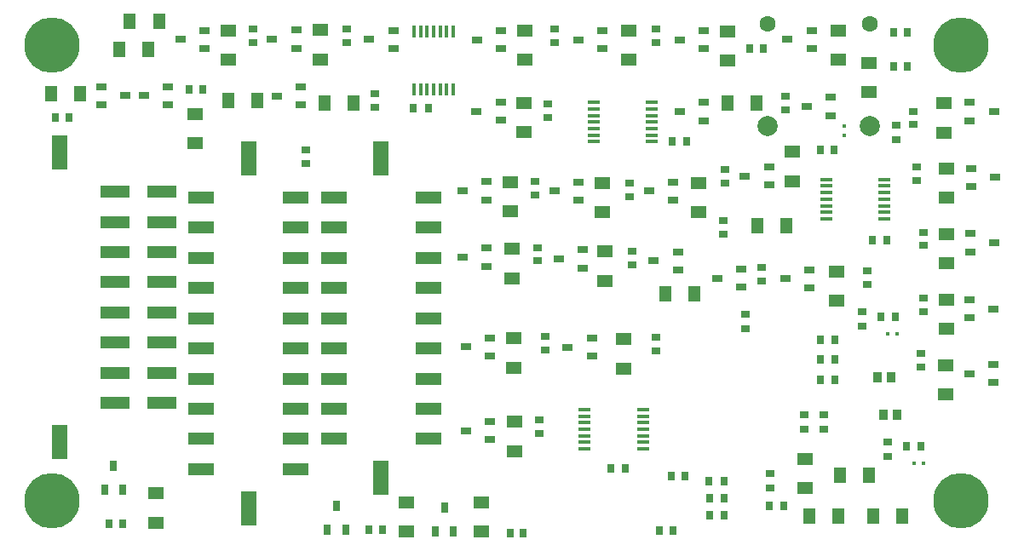
<source format=gbr>
G04 Layer_Color=255*
%FSLAX44Y44*%
%MOMM*%
%TF.FileFunction,Pads,Bot*%
%TF.Part,Single*%
G01*
G75*
%TA.AperFunction,SMDPad,CuDef*%
%ADD10R,1.6500X3.4300*%
%ADD11R,2.9200X1.2700*%
%ADD12R,2.5400X1.2700*%
%ADD13R,0.8000X0.9500*%
%ADD14R,1.6000X1.2000*%
%ADD15R,1.2000X1.6000*%
%ADD16R,0.6500X1.0000*%
%ADD17R,0.9500X0.8000*%
%ADD18R,0.3600X1.2600*%
%ADD19R,1.0000X0.6500*%
%ADD24R,0.7500X0.9500*%
%ADD27R,1.2600X0.3600*%
%ADD31R,0.9500X0.7500*%
%TA.AperFunction,ComponentPad*%
%ADD35C,2.0000*%
%ADD36C,1.6000*%
%TA.AperFunction,ViaPad*%
%ADD37C,5.5000*%
%TA.AperFunction,SMDPad,CuDef*%
%ADD44R,0.3250X0.4000*%
%ADD45R,0.4000X0.3250*%
%ADD46R,0.8400X1.0000*%
D10*
X307850Y358650D02*
D03*
Y646550D02*
D03*
X626950Y640800D02*
D03*
Y322900D02*
D03*
X495300Y640800D02*
D03*
Y292900D02*
D03*
D11*
X408850Y397600D02*
D03*
Y427600D02*
D03*
Y457600D02*
D03*
Y487600D02*
D03*
Y517600D02*
D03*
Y547600D02*
D03*
Y577600D02*
D03*
Y607600D02*
D03*
X362650Y397600D02*
D03*
Y427600D02*
D03*
Y457600D02*
D03*
Y487600D02*
D03*
Y517600D02*
D03*
Y547600D02*
D03*
Y577600D02*
D03*
Y607600D02*
D03*
D12*
X579950Y601850D02*
D03*
Y571850D02*
D03*
Y541850D02*
D03*
Y511850D02*
D03*
Y481850D02*
D03*
Y451850D02*
D03*
Y421850D02*
D03*
Y391850D02*
D03*
Y361850D02*
D03*
X673950Y601850D02*
D03*
Y571850D02*
D03*
Y541850D02*
D03*
Y511850D02*
D03*
Y481850D02*
D03*
Y451850D02*
D03*
Y421850D02*
D03*
Y391850D02*
D03*
Y361850D02*
D03*
X448300Y601850D02*
D03*
Y571850D02*
D03*
Y541850D02*
D03*
Y511850D02*
D03*
Y481850D02*
D03*
Y451850D02*
D03*
Y421850D02*
D03*
Y391850D02*
D03*
Y361850D02*
D03*
Y331850D02*
D03*
X542300Y601850D02*
D03*
Y571850D02*
D03*
Y541850D02*
D03*
Y511850D02*
D03*
Y481850D02*
D03*
Y451850D02*
D03*
Y421850D02*
D03*
Y391850D02*
D03*
Y361850D02*
D03*
Y331850D02*
D03*
D13*
X768500Y268250D02*
D03*
X755000D02*
D03*
X1150000Y765750D02*
D03*
X1136500D02*
D03*
X929000Y324750D02*
D03*
X915500D02*
D03*
X916750Y270750D02*
D03*
X903250D02*
D03*
X370000Y277250D02*
D03*
X356500D02*
D03*
X303000Y681500D02*
D03*
X316500D02*
D03*
X449750Y709500D02*
D03*
X436250D02*
D03*
X1007000Y750250D02*
D03*
X993500D02*
D03*
X1136500Y732250D02*
D03*
X1150000D02*
D03*
X1076750Y649250D02*
D03*
X1063250D02*
D03*
X628500Y271750D02*
D03*
X615000D02*
D03*
D14*
X652500Y298500D02*
D03*
Y269500D02*
D03*
X726500Y298500D02*
D03*
Y269500D02*
D03*
X567000Y739250D02*
D03*
Y768250D02*
D03*
X475500Y739000D02*
D03*
Y768000D02*
D03*
X442000Y656000D02*
D03*
Y685000D02*
D03*
X1048250Y342250D02*
D03*
Y313250D02*
D03*
X403500Y307750D02*
D03*
Y278750D02*
D03*
X971500Y738000D02*
D03*
Y767000D02*
D03*
X770000Y738750D02*
D03*
Y767750D02*
D03*
X873000Y738750D02*
D03*
Y767750D02*
D03*
X1081000Y739000D02*
D03*
Y768000D02*
D03*
X1186750Y695500D02*
D03*
Y666500D02*
D03*
X1112250Y735500D02*
D03*
Y706500D02*
D03*
X768750Y667000D02*
D03*
Y696000D02*
D03*
X755250Y588000D02*
D03*
Y617000D02*
D03*
X846750Y587500D02*
D03*
Y616500D02*
D03*
X942750Y587250D02*
D03*
Y616250D02*
D03*
X1036000Y647250D02*
D03*
Y618250D02*
D03*
X1188500Y630500D02*
D03*
Y601500D02*
D03*
X1188750Y565500D02*
D03*
Y536500D02*
D03*
X1189250Y500250D02*
D03*
Y471250D02*
D03*
X1188250Y435250D02*
D03*
Y406250D02*
D03*
X757500Y521750D02*
D03*
Y550750D02*
D03*
X849750Y519250D02*
D03*
Y548250D02*
D03*
X1079500Y499500D02*
D03*
Y528500D02*
D03*
X759000Y432750D02*
D03*
Y461750D02*
D03*
X867750Y432000D02*
D03*
Y461000D02*
D03*
X760000Y349750D02*
D03*
Y378750D02*
D03*
D15*
X504000Y698250D02*
D03*
X475000D02*
D03*
X571000Y696000D02*
D03*
X600000D02*
D03*
X1145000Y285250D02*
D03*
X1116000D02*
D03*
X1081250Y285500D02*
D03*
X1052250D02*
D03*
X1112000Y325750D02*
D03*
X1083000D02*
D03*
X406250Y777250D02*
D03*
X377250D02*
D03*
X395750Y749500D02*
D03*
X366750D02*
D03*
X299250Y704750D02*
D03*
X328250D02*
D03*
X1000000Y695750D02*
D03*
X971000D02*
D03*
X938250Y506250D02*
D03*
X909250D02*
D03*
X1029750Y574000D02*
D03*
X1000750D02*
D03*
D16*
X582750Y295250D02*
D03*
X573750Y271250D02*
D03*
X591750D02*
D03*
X370250Y311250D02*
D03*
X352250D02*
D03*
X361250Y335250D02*
D03*
X699000Y269750D02*
D03*
X681000D02*
D03*
X690000Y293750D02*
D03*
D17*
X552250Y635500D02*
D03*
Y649000D02*
D03*
X620500Y691750D02*
D03*
Y705250D02*
D03*
X593000Y756000D02*
D03*
Y769500D02*
D03*
X499500D02*
D03*
Y756000D02*
D03*
X784000Y380750D02*
D03*
Y367250D02*
D03*
X799250Y755750D02*
D03*
Y769250D02*
D03*
X900250Y755750D02*
D03*
Y769250D02*
D03*
X1156000Y674250D02*
D03*
Y687750D02*
D03*
X1028750Y689250D02*
D03*
Y702750D02*
D03*
X792750Y681500D02*
D03*
Y695000D02*
D03*
X780000Y604750D02*
D03*
Y618250D02*
D03*
X874250Y603000D02*
D03*
Y616500D02*
D03*
X1159250Y632500D02*
D03*
Y619000D02*
D03*
X1165750Y567500D02*
D03*
Y554000D02*
D03*
X1166000Y502250D02*
D03*
Y488750D02*
D03*
X1163500Y446750D02*
D03*
Y433250D02*
D03*
X782750Y538750D02*
D03*
Y552250D02*
D03*
X876750Y548500D02*
D03*
Y535000D02*
D03*
X967000Y579250D02*
D03*
Y565750D02*
D03*
X1005000Y532000D02*
D03*
Y518500D02*
D03*
X1110250Y515750D02*
D03*
Y529250D02*
D03*
X790250Y450250D02*
D03*
Y463750D02*
D03*
X900250Y449250D02*
D03*
Y462750D02*
D03*
X968500Y629500D02*
D03*
Y616000D02*
D03*
D18*
X698750Y709000D02*
D03*
X692250D02*
D03*
X685750D02*
D03*
X679250D02*
D03*
X672750D02*
D03*
X666250D02*
D03*
X659750D02*
D03*
X698750Y767000D02*
D03*
X692250D02*
D03*
X685750D02*
D03*
X679250D02*
D03*
X672750D02*
D03*
X666250D02*
D03*
X659750D02*
D03*
D19*
X547000Y711750D02*
D03*
Y693750D02*
D03*
X523000Y702750D02*
D03*
X615250Y759000D02*
D03*
X639250Y750000D02*
D03*
Y768000D02*
D03*
X542750Y768250D02*
D03*
Y750250D02*
D03*
X518750Y759250D02*
D03*
X427750Y759000D02*
D03*
X451750Y750000D02*
D03*
Y768000D02*
D03*
X735500Y379250D02*
D03*
Y361250D02*
D03*
X711500Y370250D02*
D03*
X372750Y703250D02*
D03*
X348750Y712250D02*
D03*
Y694250D02*
D03*
X415250Y712000D02*
D03*
Y694000D02*
D03*
X391250Y703000D02*
D03*
X924000Y758750D02*
D03*
X948000Y749750D02*
D03*
Y767750D02*
D03*
X722500Y758750D02*
D03*
X746500Y749750D02*
D03*
Y767750D02*
D03*
X846750D02*
D03*
Y749750D02*
D03*
X822750Y758750D02*
D03*
X1054750Y768000D02*
D03*
Y750000D02*
D03*
X1030750Y759000D02*
D03*
X948000Y696250D02*
D03*
Y678250D02*
D03*
X924000Y687250D02*
D03*
X1212000Y678250D02*
D03*
Y696250D02*
D03*
X1236000Y687250D02*
D03*
X1049750Y692500D02*
D03*
X1073750Y683500D02*
D03*
Y701500D02*
D03*
X721750Y687500D02*
D03*
X745750Y678500D02*
D03*
Y696500D02*
D03*
X708000Y608500D02*
D03*
X732000Y599500D02*
D03*
Y617500D02*
D03*
X823250Y617250D02*
D03*
Y599250D02*
D03*
X799250Y608250D02*
D03*
X893500D02*
D03*
X917500Y599250D02*
D03*
Y617250D02*
D03*
X1012500Y632250D02*
D03*
Y614250D02*
D03*
X988500Y623250D02*
D03*
X1237250Y621750D02*
D03*
X1213250Y630750D02*
D03*
Y612750D02*
D03*
X1212250Y548000D02*
D03*
Y566000D02*
D03*
X1236250Y557000D02*
D03*
X1235750Y491250D02*
D03*
X1211750Y500250D02*
D03*
Y482250D02*
D03*
X1235750Y435750D02*
D03*
Y417750D02*
D03*
X1211750Y426750D02*
D03*
X707750Y542500D02*
D03*
X731750Y533500D02*
D03*
Y551500D02*
D03*
X827250Y549750D02*
D03*
Y531750D02*
D03*
X803250Y540750D02*
D03*
X898000Y539000D02*
D03*
X922000Y530000D02*
D03*
Y548000D02*
D03*
X985000Y530500D02*
D03*
Y512500D02*
D03*
X961000Y521500D02*
D03*
X1028750Y521250D02*
D03*
X1052750Y512250D02*
D03*
Y530250D02*
D03*
X735250Y462250D02*
D03*
Y444250D02*
D03*
X711250Y453250D02*
D03*
X812500Y453000D02*
D03*
X836500Y444000D02*
D03*
Y462000D02*
D03*
D24*
X659250Y691000D02*
D03*
X673750D02*
D03*
X1138000Y483250D02*
D03*
X1123500D02*
D03*
X1163750Y354250D02*
D03*
X1149250D02*
D03*
X953250Y286250D02*
D03*
X967750D02*
D03*
X1027000Y295000D02*
D03*
X1012500D02*
D03*
X953000Y320250D02*
D03*
X967500D02*
D03*
X953250Y303250D02*
D03*
X967750D02*
D03*
X1078000Y441250D02*
D03*
X1063500D02*
D03*
X1078000Y460250D02*
D03*
X1063500D02*
D03*
X1063500Y420750D02*
D03*
X1078000D02*
D03*
X916000Y657500D02*
D03*
X930500D02*
D03*
X1130000Y559500D02*
D03*
X1115500D02*
D03*
X855000Y332750D02*
D03*
X869500D02*
D03*
D27*
X896000Y696500D02*
D03*
Y690000D02*
D03*
Y683500D02*
D03*
Y677000D02*
D03*
Y670500D02*
D03*
Y664000D02*
D03*
Y657500D02*
D03*
X838000Y696500D02*
D03*
Y690000D02*
D03*
Y683500D02*
D03*
Y677000D02*
D03*
Y670500D02*
D03*
Y664000D02*
D03*
Y657500D02*
D03*
X1127250Y619750D02*
D03*
Y613250D02*
D03*
Y606750D02*
D03*
Y600250D02*
D03*
Y593750D02*
D03*
Y587250D02*
D03*
Y580750D02*
D03*
X1069250Y619750D02*
D03*
Y613250D02*
D03*
Y606750D02*
D03*
Y600250D02*
D03*
Y593750D02*
D03*
Y587250D02*
D03*
Y580750D02*
D03*
X887250Y391000D02*
D03*
Y384500D02*
D03*
Y378000D02*
D03*
Y371500D02*
D03*
Y365000D02*
D03*
Y358500D02*
D03*
Y352000D02*
D03*
X829250Y391000D02*
D03*
Y384500D02*
D03*
Y378000D02*
D03*
Y371500D02*
D03*
Y365000D02*
D03*
Y358500D02*
D03*
Y352000D02*
D03*
D31*
X1139250Y673500D02*
D03*
Y659000D02*
D03*
X989250Y486000D02*
D03*
Y471500D02*
D03*
X1130750Y344500D02*
D03*
Y359000D02*
D03*
X1105000Y474000D02*
D03*
Y488500D02*
D03*
X1013500Y327250D02*
D03*
Y312750D02*
D03*
X1047750Y371250D02*
D03*
Y385750D02*
D03*
X1066750Y371250D02*
D03*
Y385750D02*
D03*
D35*
X1112600Y672650D02*
D03*
X1011000D02*
D03*
D36*
X1112600Y774250D02*
D03*
X1011000D02*
D03*
D37*
X1203250Y300250D02*
D03*
Y753250D02*
D03*
X300000Y300250D02*
D03*
X300000Y753250D02*
D03*
D44*
X1165875Y338000D02*
D03*
X1157125D02*
D03*
X1139625Y466500D02*
D03*
X1130875D02*
D03*
D45*
X1087500Y663875D02*
D03*
Y672625D02*
D03*
D46*
X1120050Y423250D02*
D03*
X1133450D02*
D03*
X1139950Y386250D02*
D03*
X1126550D02*
D03*
%TF.MD5,6ae552e3a7c2dc2eba4ef32f15cc449c*%
M02*

</source>
